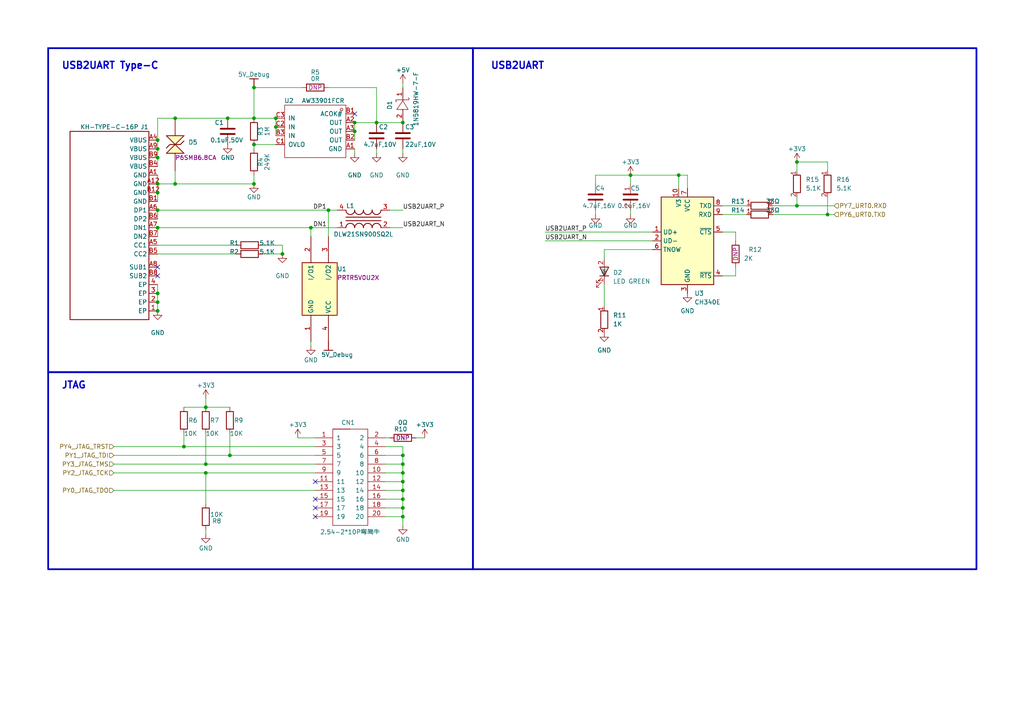
<source format=kicad_sch>
(kicad_sch (version 20230121) (generator eeschema)
  (paper "A4")
  (lib_symbols
    (symbol "02_HPM_Resis:10K" (pin_numbers hide) (pin_names (offset 0))
      (property "Reference" "R" (at -3.81 0.635 0))
      (property "Value" "10K" (at 4.445 0.635 0))
      (symbol "10K_0_1"
        (rectangle (start 2.54 -1.016) (end -2.54 1.016) (stroke (width 0.254)))
      )
      (symbol "10K_1_1"
        (pin passive line (at -3.81 0 0) (length 1.27) (name "~") (number "1"))
        (pin passive line (at 3.81 0 180) (length 1.27) (name "~") (number "2"))
      )
    )
    (symbol "02_HPM_Resis:5.1K" (pin_numbers hide) (pin_names (offset 0))
      (property "Reference" "R" (at -3.81 0.635 0))
      (property "Value" "5.1K" (at 5.08 0.635 0))
      (symbol "5.1K_0_1"
        (rectangle (start 2.54 -1.016) (end -2.54 1.016) (stroke (width 0.254)))
      )
      (symbol "5.1K_1_1"
        (pin passive line (at -3.81 0 0) (length 1.27) (name "~") (number "1"))
        (pin passive line (at 3.81 0 180) (length 1.27) (name "~") (number "2"))
      )
    )
    (symbol "03_HPM_CAP:0.1uF,16V" (pin_names (offset 0.254))
      (property "Reference" "C" (at 0.635 2.54 0))
      (property "Value" "0.1uF,16V" (at 0.635 -2.54 0))
      (symbol "0.1uF,16V_0_1"
        (polyline (pts (xy -2.032 -0.762) (xy 2.032 -0.762)) (stroke (width 0.508)))
        (polyline (pts (xy -2.032 0.762) (xy 2.032 0.762)) (stroke (width 0.508)))
      )
      (symbol "0.1uF,16V_1_1"
        (pin passive line (at 0 3.81 270) (length 2.794) (name "~") (number "1"))
        (pin passive line (at 0 -3.81 90) (length 2.794) (name "~") (number "2"))
      )
    )
    (symbol "03_HPM_CAP:0.1uF,50V" (pin_numbers hide) (pin_names (offset 0.254))
      (property "Reference" "C" (at 0.635 2.54 0))
      (property "Value" "0.1uF,50V" (at 0.635 -2.54 0))
      (symbol "0.1uF,50V_0_1"
        (polyline (pts (xy -2.032 -0.762) (xy 2.032 -0.762)) (stroke (width 0.508)))
        (polyline (pts (xy -2.032 0.762) (xy 2.032 0.762)) (stroke (width 0.508)))
      )
      (symbol "0.1uF,50V_1_1"
        (pin passive line (at 0 3.81 270) (length 2.794) (name "~") (number "1"))
        (pin passive line (at 0 -3.81 90) (length 2.794) (name "~") (number "2"))
      )
    )
    (symbol "03_HPM_CAP:22uF,10V" (pin_numbers hide) (pin_names (offset 0.254))
      (property "Reference" "C" (at 0.635 2.54 0))
      (property "Value" "22uF,10V" (at 0.635 -2.54 0))
      (symbol "22uF,10V_0_1"
        (polyline (pts (xy -2.032 -0.762) (xy 2.032 -0.762)) (stroke (width 0.508)))
        (polyline (pts (xy -2.032 0.762) (xy 2.032 0.762)) (stroke (width 0.508)))
      )
      (symbol "22uF,10V_1_1"
        (pin passive line (at 0 3.81 270) (length 2.794) (name "~") (number "1"))
        (pin passive line (at 0 -3.81 90) (length 2.794) (name "~") (number "2"))
      )
    )
    (symbol "03_HPM_CAP:4.7uF,10V" (pin_numbers hide) (pin_names (offset 0.254))
      (property "Reference" "C" (at 0.635 2.54 0))
      (property "Value" "4.7uF,10V" (at 0.635 -2.54 0))
      (symbol "4.7uF,10V_0_1"
        (polyline (pts (xy -2.032 -0.762) (xy 2.032 -0.762)) (stroke (width 0.508)))
        (polyline (pts (xy -2.032 0.762) (xy 2.032 0.762)) (stroke (width 0.508)))
      )
      (symbol "4.7uF,10V_1_1"
        (pin passive line (at 0 3.81 270) (length 2.794) (name "~") (number "1"))
        (pin passive line (at 0 -3.81 90) (length 2.794) (name "~") (number "2"))
      )
    )
    (symbol "04_HPM_Diode: 1N5819HW-7-F" (pin_names (offset 1.016) hide)
      (property "Reference" "D" (at -10.16 3.175 0))
      (property "Value" " 1N5819HW-7-F" (at -0.635 3.175 0))
      (symbol " 1N5819HW-7-F_1_1"
        (polyline (pts (xy 1.27 1.524) (xy -1.27 0) (xy -1.27 0) (xy 1.27 -1.778) (xy 1.27 -1.778) (xy 1.27 1.524)))
        (polyline (pts (xy -2.032 1.524) (xy -2.032 1.778) (xy -2.032 1.778) (xy -1.524 1.778) (xy -1.524 1.778) (xy -1.524 -2.032) (xy -1.524 -2.032) (xy -1.016 -2.032) (xy -1.016 -2.032) (xy -1.016 -1.778)))
        (pin input line (at -5.08 0 0) (length 3.81) (name "K") (number "1"))
        (pin input line (at 5.08 0 180) (length 3.81) (name "A") (number "2"))
      )
    )
    (symbol "04_HPM_Diode:LED GREEN" (pin_names (offset 1.016))
      (property "Reference" "D" (at 0 2.54 0))
      (property "Value" "LED GREEN" (at 2.54 -2.54 0))
      (symbol "LED GREEN_0_1"
        (polyline (pts (xy -1.27 -1.27) (xy -1.27 1.27)) (stroke (width 0.254)))
        (polyline (pts (xy -1.27 0) (xy 1.27 0)))
        (polyline (pts (xy 1.27 -1.27) (xy 1.27 1.27) (xy -1.27 0) (xy 1.27 -1.27)) (stroke (width 0.254)))
        (polyline (pts (xy -3.048 -0.762) (xy -4.572 -2.286) (xy -3.81 -2.286) (xy -4.572 -2.286) (xy -4.572 -1.524)))
        (polyline (pts (xy -1.778 -0.762) (xy -3.302 -2.286) (xy -2.54 -2.286) (xy -3.302 -2.286) (xy -3.302 -1.524)))
      )
      (symbol "LED GREEN_1_1"
        (pin passive line (at -3.81 0 0) (length 2.54) (name "K") (number "1"))
        (pin passive line (at 3.81 0 180) (length 2.54) (name "A") (number "2"))
      )
    )
    (symbol "06_HPM_IC:AW33901FCR" (pin_names (offset 1.016))
      (property "Reference" "U" (at -7.62 8.89 0))
      (property "Value" "AW33901FCR" (at 0 8.89 0))
      (symbol "AW33901FCR_1_1"
        (rectangle (start -8.89 7.62) (end 8.89 -7.62))
        (circle (center 7.62 6.35) (radius 0.381))
        (pin input line (at 11.43 -5.08 180) (length 2.54) (name "GND") (number "A1"))
        (pin input line (at 11.43 2.54 180) (length 2.54) (name "OUT") (number "A2"))
        (pin input line (at 11.43 0 180) (length 2.54) (name "OUT") (number "A3"))
        (pin input line (at 11.43 5.08 180) (length 2.54) (name "ACOK#") (number "B1"))
        (pin input line (at 11.43 -2.54 180) (length 2.54) (name "OUT") (number "B2"))
        (pin input line (at -11.43 -1.27 0) (length 2.54) (name "IN") (number "B3"))
        (pin input line (at -11.43 -3.81 0) (length 2.54) (name "OVLO") (number "C1"))
        (pin input line (at -11.43 1.27 0) (length 2.54) (name "IN") (number "C2"))
        (pin input line (at -11.43 3.81 0) (length 2.54) (name "IN") (number "C3"))
      )
    )
    (symbol "07_HPM_L:DLW21SN900SQ2L"
      (property "Reference" "L" (at 0 0 0))
      (property "Value" "DLW21SN900SQ2L" (at 8.89 -9.525 0))
      (symbol "DLW21SN900SQ2L_1_0"
        (polyline (pts (xy 3.81 -5.588) (xy 13.97 -5.588)) (stroke (width 0.254)))
        (polyline (pts (xy 3.81 -4.572) (xy 13.97 -4.572)) (stroke (width 0.254)))
        (arc (start 3.81 -2.54) (mid 5.08 -3.8045) (end 6.35 -2.54) (stroke (width 0.254)))
        (arc (start 6.35 -7.62) (mid 5.08 -6.3555) (end 3.81 -7.62) (stroke (width 0.254)))
        (arc (start 6.35 -2.54) (mid 7.62 -3.8045) (end 8.89 -2.54) (stroke (width 0.254)))
        (arc (start 8.89 -7.62) (mid 7.62 -6.3555) (end 6.35 -7.62) (stroke (width 0.254)))
        (arc (start 8.89 -2.54) (mid 10.16 -3.8045) (end 11.43 -2.54) (stroke (width 0.254)))
        (arc (start 11.43 -7.62) (mid 10.16 -6.3555) (end 8.89 -7.62) (stroke (width 0.254)))
        (arc (start 11.43 -2.54) (mid 12.7 -3.8045) (end 13.97 -2.54) (stroke (width 0.254)))
        (arc (start 13.97 -7.62) (mid 12.7 -6.3555) (end 11.43 -7.62) (stroke (width 0.254)))
        (pin passive line (at 1.27 -7.62 0) (length 2.54) (name "") (number "1"))
        (pin passive line (at 16.51 -7.62 180) (length 2.54) (name "") (number "2"))
        (pin passive line (at 16.51 -2.54 180) (length 2.54) (name "") (number "3"))
        (pin passive line (at 1.27 -2.54 0) (length 2.54) (name "") (number "4"))
      )
    )
    (symbol "1HPM0531:KH-TYPE-C-16P"
      (property "Reference" "J" (at 21.59 1.27 0))
      (property "Value" "KH-TYPE-C-16P" (at 11.43 1.27 0))
      (symbol "KH-TYPE-C-16P_1_0"
        (rectangle (start 0 0) (end 22.86 -54.61) (stroke (width 0.254)))
        (pin passive line (at 25.4 -52.07 180) (length 2.54) (name "EP") (number "1"))
        (pin passive line (at 25.4 -49.53 180) (length 2.54) (name "EP") (number "2"))
        (pin passive line (at 25.4 -46.99 180) (length 2.54) (name "EP") (number "3"))
        (pin passive line (at 25.4 -44.45 180) (length 2.54) (name "EP") (number "4"))
        (pin passive line (at 25.4 -12.7 180) (length 2.54) (name "GND") (number "A1"))
        (pin passive line (at 25.4 -15.24 180) (length 2.54) (name "GND") (number "A12"))
        (pin passive line (at 25.4 -2.54 180) (length 2.54) (name "VBUS") (number "A4"))
        (pin passive line (at 25.4 -33.02 180) (length 2.54) (name "CC1") (number "A5"))
        (pin passive line (at 25.4 -22.86 180) (length 2.54) (name "DP1") (number "A6"))
        (pin passive line (at 25.4 -27.94 180) (length 2.54) (name "DN1") (number "A7"))
        (pin passive line (at 25.4 -39.37 180) (length 2.54) (name "SUB1") (number "A8"))
        (pin passive line (at 25.4 -5.08 180) (length 2.54) (name "VBUS") (number "A9"))
        (pin passive line (at 25.4 -20.32 180) (length 2.54) (name "GND") (number "B1"))
        (pin passive line (at 25.4 -17.78 180) (length 2.54) (name "GND") (number "B12"))
        (pin passive line (at 25.4 -10.16 180) (length 2.54) (name "VBUS") (number "B4"))
        (pin passive line (at 25.4 -35.56 180) (length 2.54) (name "CC2") (number "B5"))
        (pin passive line (at 25.4 -25.4 180) (length 2.54) (name "DP2") (number "B6"))
        (pin passive line (at 25.4 -30.48 180) (length 2.54) (name "DN2") (number "B7"))
        (pin passive line (at 25.4 -41.91 180) (length 2.54) (name "SUB2") (number "B8"))
        (pin passive line (at 25.4 -7.62 180) (length 2.54) (name "VBUS") (number "B9"))
      )
    )
    (symbol "1HPM0531:Z-231011820106" (pin_names (offset 1.016))
      (property "Reference" "CN" (at 0 0 0))
      (property "Value" "Z-231011820106" (at 0 0 0))
      (symbol "Z-231011820106_1_1"
        (rectangle (start -5.08 -13.97) (end 5.08 13.97))
        (polyline (pts (xy -5.08 13.97) (xy 0 13.97)))
        (pin input line (at -10.16 11.43 0) (length 5.08) (name "1") (number "1"))
        (pin input line (at 10.16 1.27 180) (length 5.08) (name "10") (number "10"))
        (pin input line (at -10.16 -1.27 0) (length 5.08) (name "11") (number "11"))
        (pin input line (at 10.16 -1.27 180) (length 5.08) (name "12") (number "12"))
        (pin input line (at -10.16 -3.81 0) (length 5.08) (name "13") (number "13"))
        (pin input line (at 10.16 -3.81 180) (length 5.08) (name "14") (number "14"))
        (pin input line (at -10.16 -6.35 0) (length 5.08) (name "15") (number "15"))
        (pin input line (at 10.16 -6.35 180) (length 5.08) (name "16") (number "16"))
        (pin input line (at -10.16 -8.89 0) (length 5.08) (name "17") (number "17"))
        (pin input line (at 10.16 -8.89 180) (length 5.08) (name "18") (number "18"))
        (pin input line (at -10.16 -11.43 0) (length 5.08) (name "19") (number "19"))
        (pin input line (at 10.16 11.43 180) (length 5.08) (name "2") (number "2"))
        (pin input line (at 10.16 -11.43 180) (length 5.08) (name "20") (number "20"))
        (pin input line (at -10.16 8.89 0) (length 5.08) (name "3") (number "3"))
        (pin input line (at 10.16 8.89 180) (length 5.08) (name "4") (number "4"))
        (pin input line (at -10.16 6.35 0) (length 5.08) (name "5") (number "5"))
        (pin input line (at 10.16 6.35 180) (length 5.08) (name "6") (number "6"))
        (pin input line (at -10.16 3.81 0) (length 5.08) (name "7") (number "7"))
        (pin input line (at 10.16 3.81 180) (length 5.08) (name "8") (number "8"))
        (pin input line (at -10.16 1.27 0) (length 5.08) (name "9") (number "9"))
      )
    )
    (symbol "456-altium-import:3_mirrored_PRTR5V0U2X"
      (property "Value" "3_mirrored_PRTR5V0U2X" (at 0 0 0))
      (symbol "3_mirrored_PRTR5V0U2X_1_0"
        (rectangle (start 10.16 0) (end 0 -15.24) (stroke (width 0.254)) (fill (type background)))
        (pin passive line (at 2.54 -22.86 90) (length 7.62) (name "GND") (number "1"))
        (pin passive line (at 2.54 7.62 270) (length 7.62) (name "I/O1") (number "2"))
        (pin passive line (at 7.62 7.62 270) (length 7.62) (name "I/O2") (number "3"))
        (pin passive line (at 7.62 -22.86 90) (length 7.62) (name "VCC") (number "4"))
      )
    )
    (symbol "456-altium-import:5V_Debug" (power)
      (property "Reference" "#PWR" (at 0 0 0))
      (property "Value" "5V_Debug" (at 0 3.81 0))
      (symbol "5V_Debug_0_0"
        (polyline (pts (xy -1.27 -2.54) (xy 1.27 -2.54)) (stroke (width 0.254)))
        (polyline (pts (xy 0 0) (xy 0 -2.54)) (stroke (width 0.254)))
        (pin power_in line (at 0 0 0) (length 0) hide (name "5V_Debug") (number ""))
      )
    )
    (symbol "5.1K_3" (pin_names (offset 0))
      (property "Reference" "R" (at -3.81 0.635 0))
      (property "Value" "5.1K_3" (at 5.08 0.635 0))
      (symbol "5.1K_3_0_1"
        (rectangle (start 2.54 -1.016) (end -2.54 1.016) (stroke (width 0.254)))
      )
      (symbol "5.1K_3_1_1"
        (pin passive line (at -3.81 0 0) (length 1.27) (name "~") (number "1"))
        (pin passive line (at 3.81 0 180) (length 1.27) (name "~") (number "2"))
      )
    )
    (symbol "5.1K_4" (pin_names (offset 0))
      (property "Reference" "R" (at -3.81 0.635 0))
      (property "Value" "5.1K_4" (at 5.08 0.635 0))
      (symbol "5.1K_4_0_1"
        (rectangle (start 2.54 -1.016) (end -2.54 1.016) (stroke (width 0.254)))
      )
      (symbol "5.1K_4_1_1"
        (pin passive line (at -3.81 0 0) (length 1.27) (name "~") (number "1"))
        (pin passive line (at 3.81 0 180) (length 1.27) (name "~") (number "2"))
      )
    )
    (symbol "5.1K_5" (pin_names (offset 0))
      (property "Reference" "R" (at -3.81 0.635 0))
      (property "Value" "5.1K_5" (at 5.08 0.635 0))
      (symbol "5.1K_5_0_1"
        (rectangle (start 2.54 -1.016) (end -2.54 1.016) (stroke (width 0.254)))
      )
      (symbol "5.1K_5_1_1"
        (pin passive line (at -3.81 0 0) (length 1.27) (name "~") (number "1"))
        (pin passive line (at 3.81 0 180) (length 1.27) (name "~") (number "2"))
      )
    )
    (symbol "5.1K_6" (pin_names (offset 0))
      (property "Reference" "R" (at -3.81 0.635 0))
      (property "Value" "5.1K_6" (at 5.08 0.635 0))
      (symbol "5.1K_6_0_1"
        (rectangle (start 2.54 -1.016) (end -2.54 1.016) (stroke (width 0.254)))
      )
      (symbol "5.1K_6_1_1"
        (pin passive line (at -3.81 0 0) (length 1.27) (name "~") (number "1"))
        (pin passive line (at 3.81 0 180) (length 1.27) (name "~") (number "2"))
      )
    )
    (symbol "5.1K_7" (pin_names (offset 0))
      (property "Reference" "R" (at -3.81 0.635 0))
      (property "Value" "5.1K_7" (at 5.08 0.635 0))
      (symbol "5.1K_7_0_1"
        (rectangle (start 2.54 -1.016) (end -2.54 1.016) (stroke (width 0.254)))
      )
      (symbol "5.1K_7_1_1"
        (pin passive line (at -3.81 0 0) (length 1.27) (name "~") (number "1"))
        (pin passive line (at 3.81 0 180) (length 1.27) (name "~") (number "2"))
      )
    )
    (symbol "Device:R" (pin_numbers hide) (pin_names (offset 0))
      (property "Reference" "R" (at 2.032 0 90))
      (property "Value" "R" (at 0 0 90))
      (symbol "R_0_1"
        (rectangle (start -1.016 -2.54) (end 1.016 2.54) (stroke (width 0.254)))
      )
      (symbol "R_1_1"
        (pin passive line (at 0 3.81 270) (length 1.27) (name "~") (number "1"))
        (pin passive line (at 0 -3.81 90) (length 1.27) (name "~") (number "2"))
      )
    )
    (symbol "Interface_USB:CH340E"
      (property "Reference" "U" (at -5.08 13.97 0))
      (property "Value" "CH340E" (at 1.27 13.97 0))
      (symbol "CH340E_0_1"
        (rectangle (start -7.62 12.7) (end 7.62 -12.7) (stroke (width 0.254)) (fill (type background)))
      )
      (symbol "CH340E_1_1"
        (pin bidirectional line (at -10.16 2.54 0) (length 2.54) (name "UD+") (number "1"))
        (pin passive line (at -2.54 15.24 270) (length 2.54) (name "V3") (number "10"))
        (pin bidirectional line (at -10.16 0 0) (length 2.54) (name "UD-") (number "2"))
        (pin power_in line (at 0 -15.24 90) (length 2.54) (name "GND") (number "3"))
        (pin output line (at 10.16 -10.16 180) (length 2.54) (name "~{RTS}") (number "4"))
        (pin input line (at 10.16 2.54 180) (length 2.54) (name "~{CTS}") (number "5"))
        (pin output line (at -10.16 -2.54 0) (length 2.54) (name "TNOW") (number "6"))
        (pin power_in line (at 0 15.24 270) (length 2.54) (name "VCC") (number "7"))
        (pin output line (at 10.16 10.16 180) (length 2.54) (name "TXD") (number "8"))
        (pin input line (at 10.16 7.62 180) (length 2.54) (name "RXD") (number "9"))
      )
    )
    (symbol "lc_Diode:SMB/DO-214AA_P6SMB6.8CA" (pin_numbers hide) (pin_names (offset 1.016) hide)
      (property "Reference" "D" (at -0.0254 1.27 0))
      (property "Comment" "P6SMB6.8CA" (at 3.7846 1.27 0))
      (symbol "SMB/DO-214AA_P6SMB6.8CA_1_1"
        (polyline (pts (xy 5.08 -5.08) (xy 7.62 -2.54) (xy 5.08 0) (xy 5.08 -5.08)) (stroke (width 0.254)) (fill (type background)))
        (polyline (pts (xy 8.636 -5.08) (xy 7.62 -4.064) (xy 7.62 -1.016) (xy 6.604 0)) (stroke (width 0.254)))
        (polyline (pts (xy 10.16 -5.08) (xy 7.62 -2.54) (xy 10.16 0) (xy 10.16 -5.08)) (stroke (width 0.254)) (fill (type background)))
        (pin passive line (at 0 -2.54 0) (length 5.08) (name "A") (number "1"))
        (pin passive line (at 15.24 -2.54 180) (length 5.08) (name "K") (number "2"))
      )
    )
    (symbol "power:+3V3" (power) (pin_names (offset 0))
      (property "Value" "+3V3" (at 0 3.556 0))
      (symbol "+3V3_0_1"
        (polyline (pts (xy -0.762 1.27) (xy 0 2.54)))
        (polyline (pts (xy 0 0) (xy 0 2.54)))
        (polyline (pts (xy 0 2.54) (xy 0.762 1.27)))
      )
      (symbol "+3V3_1_1"
        (pin power_in line (at 0 0 90) (length 0) hide (name "+3V3") (number "1"))
      )
    )
    (symbol "power:+5V" (power) (pin_names (offset 0))
      (property "Value" "+5V" (at 0 3.556 0))
      (symbol "+5V_0_1"
        (polyline (pts (xy -0.762 1.27) (xy 0 2.54)))
        (polyline (pts (xy 0 0) (xy 0 2.54)))
        (polyline (pts (xy 0 2.54) (xy 0.762 1.27)))
      )
      (symbol "+5V_1_1"
        (pin power_in line (at 0 0 90) (length 0) hide (name "+5V") (number "1"))
      )
    )
    (symbol "power:GND" (power) (pin_names (offset 0))
      (property "Value" "GND" (at 0 -3.81 0))
      (symbol "GND_0_1"
        (polyline (pts (xy 0 0) (xy 0 -1.27) (xy 1.27 -1.27) (xy 0 -2.54) (xy -1.27 -1.27) (xy 0 -1.27)))
      )
      (symbol "GND_1_1"
        (pin power_in line (at 0 0 270) (length 0) hide (name "GND") (number "1"))
      )
    )
  )
  (junction (at 116.84 147.32))
  (junction (at 45.72 43.18))
  (junction (at 81.915 73.66))
  (junction (at 59.69 118.11))
  (junction (at 73.66 25.4))
  (junction (at 116.84 144.78))
  (junction (at 102.87 35.56))
  (junction (at 95.25 60.96))
  (junction (at 45.72 45.72))
  (junction (at 116.84 142.24))
  (junction (at 45.72 85.09))
  (junction (at 116.84 35.56))
  (junction (at 73.66 34.29))
  (junction (at 66.04 34.29))
  (junction (at 116.84 132.08))
  (junction (at 66.675 132.08))
  (junction (at 116.84 149.86))
  (junction (at 50.8 34.29))
  (junction (at 116.84 134.62))
  (junction (at 59.69 137.16))
  (junction (at 45.72 87.63))
  (junction (at 50.8 53.34))
  (junction (at 231.14 59.69))
  (junction (at 80.01 34.29))
  (junction (at 90.17 66.04))
  (junction (at 73.66 41.91))
  (junction (at 109.22 35.56))
  (junction (at 53.34 129.54))
  (junction (at 116.84 139.7))
  (junction (at 45.72 53.34))
  (junction (at 45.72 60.96))
  (junction (at 45.72 55.88))
  (junction (at 231.14 46.99))
  (junction (at 73.66 53.34))
  (junction (at 45.72 66.04))
  (junction (at 59.69 134.62))
  (junction (at 45.72 90.17))
  (junction (at 116.84 137.16))
  (junction (at 45.72 40.64))
  (junction (at 240.03 62.23))
  (junction (at 182.88 50.8))
  (junction (at 102.87 38.1))
  (junction (at 80.01 36.83))
  (junction (at 196.85 50.8))
  (no_connect (at 45.72 80.01))
  (no_connect (at 91.44 144.78))
  (no_connect (at 91.44 147.32))
  (no_connect (at 91.44 149.86))
  (no_connect (at 102.87 33.02))
  (no_connect (at 91.44 139.7))
  (no_connect (at 45.72 77.47))
  (wire (pts (xy 199.39 50.8) (xy 199.39 54.61)))
  (wire (pts (xy 116.84 147.32) (xy 116.84 149.86)))
  (wire (pts (xy 66.675 132.08) (xy 66.675 125.73)))
  (wire (pts (xy 45.72 48.26) (xy 45.72 45.72)))
  (wire (pts (xy 116.84 132.08) (xy 116.84 134.62)))
  (wire (pts (xy 209.55 67.31) (xy 213.36 67.31)))
  (wire (pts (xy 111.76 132.08) (xy 116.84 132.08)))
  (wire (pts (xy 53.34 118.11) (xy 59.69 118.11)))
  (wire (pts (xy 45.72 87.63) (xy 45.72 90.17)))
  (wire (pts (xy 116.84 25.4) (xy 116.84 24.13)))
  (wire (pts (xy 53.34 129.54) (xy 53.34 125.73)))
  (wire (pts (xy 116.84 134.62) (xy 116.84 137.16)))
  (wire (pts (xy 73.66 25.4) (xy 87.63 25.4)))
  (wire (pts (xy 59.69 134.62) (xy 91.44 134.62)))
  (wire (pts (xy 59.69 125.73) (xy 59.69 134.62)))
  (wire (pts (xy 45.72 82.55) (xy 45.72 85.09)))
  (wire (pts (xy 102.87 35.56) (xy 109.22 35.56)))
  (wire (pts (xy 231.14 57.15) (xy 231.14 59.69)))
  (wire (pts (xy 33.02 132.08) (xy 66.675 132.08)))
  (wire (pts (xy 59.69 137.16) (xy 91.44 137.16)))
  (wire (pts (xy 175.26 72.39) (xy 175.26 74.93)))
  (wire (pts (xy 50.8 34.29) (xy 66.04 34.29)))
  (wire (pts (xy 120.65 127) (xy 123.19 127)))
  (wire (pts (xy 50.8 49.53) (xy 50.8 53.34)))
  (wire (pts (xy 116.84 44.45) (xy 116.84 43.18)))
  (wire (pts (xy 196.85 50.8) (xy 199.39 50.8)))
  (wire (pts (xy 111.76 137.16) (xy 116.84 137.16)))
  (wire (pts (xy 59.69 115.57) (xy 59.69 118.11)))
  (wire (pts (xy 116.84 137.16) (xy 116.84 139.7)))
  (wire (pts (xy 45.72 55.88) (xy 45.72 58.42)))
  (wire (pts (xy 109.22 35.56) (xy 116.84 35.56)))
  (wire (pts (xy 80.01 34.29) (xy 80.01 36.83)))
  (wire (pts (xy 45.72 60.96) (xy 95.25 60.96)))
  (wire (pts (xy 111.76 139.7) (xy 116.84 139.7)))
  (wire (pts (xy 172.72 50.8) (xy 182.88 50.8)))
  (wire (pts (xy 109.22 25.4) (xy 109.22 35.56)))
  (wire (pts (xy 53.34 129.54) (xy 91.44 129.54)))
  (wire (pts (xy 45.72 66.04) (xy 45.72 68.58)))
  (wire (pts (xy 45.72 85.09) (xy 45.72 87.63)))
  (wire (pts (xy 73.66 41.91) (xy 80.01 41.91)))
  (wire (pts (xy 111.76 144.78) (xy 116.84 144.78)))
  (wire (pts (xy 116.84 139.7) (xy 116.84 142.24)))
  (wire (pts (xy 59.69 154.94) (xy 59.69 153.67)))
  (wire (pts (xy 213.36 80.01) (xy 209.55 80.01)))
  (wire (pts (xy 59.69 137.16) (xy 59.69 146.05)))
  (wire (pts (xy 241.935 62.23) (xy 240.03 62.23)))
  (wire (pts (xy 102.87 40.64) (xy 102.87 38.1)))
  (wire (pts (xy 196.85 54.61) (xy 196.85 50.8)))
  (wire (pts (xy 73.66 25.4) (xy 73.66 34.29)))
  (wire (pts (xy 182.88 60.96) (xy 182.88 62.23)))
  (wire (pts (xy 113.03 127) (xy 111.76 127)))
  (wire (pts (xy 116.84 152.4) (xy 116.84 149.86)))
  (wire (pts (xy 45.72 34.29) (xy 50.8 34.29)))
  (wire (pts (xy 66.04 34.29) (xy 73.66 34.29)))
  (wire (pts (xy 45.72 40.64) (xy 45.72 34.29)))
  (wire (pts (xy 224.155 59.69) (xy 231.14 59.69)))
  (wire (pts (xy 95.25 60.96) (xy 95.25 68.58)))
  (wire (pts (xy 113.03 60.96) (xy 116.84 60.96)))
  (wire (pts (xy 216.535 62.23) (xy 209.55 62.23)))
  (wire (pts (xy 45.72 60.96) (xy 45.72 63.5)))
  (wire (pts (xy 90.17 100.33) (xy 90.17 99.06)))
  (wire (pts (xy 102.87 38.1) (xy 102.87 35.56)))
  (wire (pts (xy 95.25 60.96) (xy 97.79 60.96)))
  (wire (pts (xy 45.72 66.04) (xy 90.17 66.04)))
  (wire (pts (xy 116.84 142.24) (xy 116.84 144.78)))
  (wire (pts (xy 182.88 50.8) (xy 182.88 53.34)))
  (wire (pts (xy 50.8 53.34) (xy 73.66 53.34)))
  (wire (pts (xy 158.115 67.31) (xy 189.23 67.31)))
  (wire (pts (xy 216.535 59.69) (xy 209.55 59.69)))
  (wire (pts (xy 73.66 34.29) (xy 80.01 34.29)))
  (wire (pts (xy 240.03 57.15) (xy 240.03 62.23)))
  (wire (pts (xy 224.155 62.23) (xy 240.03 62.23)))
  (wire (pts (xy 80.01 36.83) (xy 80.01 39.37)))
  (wire (pts (xy 73.66 50.8) (xy 73.66 53.34)))
  (wire (pts (xy 158.115 69.85) (xy 189.23 69.85)))
  (wire (pts (xy 213.36 77.47) (xy 213.36 80.01)))
  (wire (pts (xy 111.76 142.24) (xy 116.84 142.24)))
  (wire (pts (xy 175.26 88.9) (xy 175.26 82.55)))
  (wire (pts (xy 172.72 53.34) (xy 172.72 50.8)))
  (wire (pts (xy 45.72 50.8) (xy 45.72 53.34)))
  (wire (pts (xy 90.17 66.04) (xy 97.79 66.04)))
  (wire (pts (xy 86.36 127) (xy 91.44 127)))
  (wire (pts (xy 111.76 129.54) (xy 116.84 129.54)))
  (wire (pts (xy 111.76 147.32) (xy 116.84 147.32)))
  (wire (pts (xy 240.03 46.99) (xy 240.03 49.53)))
  (wire (pts (xy 45.72 45.72) (xy 45.72 43.18)))
  (wire (pts (xy 81.915 71.12) (xy 81.915 73.66)))
  (wire (pts (xy 231.14 46.99) (xy 240.03 46.99)))
  (wire (pts (xy 189.23 72.39) (xy 175.26 72.39)))
  (wire (pts (xy 172.72 60.96) (xy 172.72 62.23)))
  (wire (pts (xy 231.14 46.99) (xy 231.14 49.53)))
  (wire (pts (xy 111.76 134.62) (xy 116.84 134.62)))
  (wire (pts (xy 95.25 25.4) (xy 109.22 25.4)))
  (wire (pts (xy 76.2 71.12) (xy 81.915 71.12)))
  (wire (pts (xy 113.03 66.04) (xy 116.84 66.04)))
  (wire (pts (xy 241.935 59.69) (xy 231.14 59.69)))
  (wire (pts (xy 73.66 43.18) (xy 73.66 41.91)))
  (wire (pts (xy 66.675 132.08) (xy 91.44 132.08)))
  (wire (pts (xy 109.22 44.45) (xy 109.22 43.18)))
  (wire (pts (xy 76.2 73.66) (xy 81.915 73.66)))
  (wire (pts (xy 33.02 134.62) (xy 59.69 134.62)))
  (wire (pts (xy 66.675 118.11) (xy 59.69 118.11)))
  (wire (pts (xy 182.88 50.8) (xy 196.85 50.8)))
  (wire (pts (xy 116.84 149.86) (xy 111.76 149.86)))
  (wire (pts (xy 102.87 44.45) (xy 102.87 43.18)))
  (wire (pts (xy 90.17 66.04) (xy 90.17 68.58)))
  (wire (pts (xy 33.02 137.16) (xy 59.69 137.16)))
  (wire (pts (xy 116.84 144.78) (xy 116.84 147.32)))
  (wire (pts (xy 33.02 142.24) (xy 91.44 142.24)))
  (wire (pts (xy 116.84 129.54) (xy 116.84 132.08)))
  (wire (pts (xy 45.72 43.18) (xy 45.72 40.64)))
  (wire (pts (xy 213.36 67.31) (xy 213.36 69.85)))
  (wire (pts (xy 45.72 73.66) (xy 68.58 73.66)))
  (wire (pts (xy 45.72 53.34) (xy 45.72 55.88)))
  (wire (pts (xy 45.72 71.12) (xy 68.58 71.12)))
  (wire (pts (xy 33.02 129.54) (xy 53.34 129.54)))
  (wire (pts (xy 45.72 53.34) (xy 50.8 53.34)))
  (rectangle (start 13.97 107.95) (end 137.16 165.1) (stroke (width 0.5)))
  (rectangle (start 13.97 13.97) (end 137.16 107.95) (stroke (width 0.5)))
  (rectangle (start 137.16 13.97) (end 283.21 165.1) (stroke (width 0.5)))
  (text "USB2UART" (at 142.24 20.32 0) (effects (font (size 2 2) (thickness 0.4) bold) (justify left bottom)))
  (text "USB2UART Type-C" (at 17.78 20.32 0) (effects (font (size 2 2) (thickness 0.4) bold) (justify left bottom)))
  (text "JTAG" (at 17.78 113.03 0) (effects (font (size 2 2) (thickness 0.4) bold) (justify left bottom)))
  (label "USB2UART_P" (at 158.115 67.31 0))
  (label "USB2UART_N" (at 116.84 66.04 0))
  (label "USB2UART_N" (at 158.115 69.85 0))
  (label "DN1" (at 90.805 66.04 0))
  (label "DP1" (at 90.805 60.96 0))
  (label "USB2UART_P" (at 116.84 60.96 0))
  (hierarchical_label "PY4_JTAG_TRST" (shape input) (at 33.02 129.54 180))
  (hierarchical_label "PY2_JTAG_TCK" (shape input) (at 33.02 137.16 180))
  (hierarchical_label "PY3_JTAG_TMS" (shape input) (at 33.02 134.62 180))
  (hierarchical_label "PY0_JTAG_TDO" (shape input) (at 33.02 142.24 180))
  (hierarchical_label "PY7_URT0.RXD" (shape input) (at 241.935 59.69 0))
  (hierarchical_label "PY1_JTAG_TDI" (shape input) (at 33.02 132.08 180))
  (hierarchical_label "PY6_URT0.TXD" (shape input) (at 241.935 62.23 0))
  (symbol (lib_name "5.1K_7") (lib_id "02_HPM_Resis:5.1K") (at 175.26 92.71 270) (unit 1)
    (property "Reference" "R11" (at 177.8 91.44 90) (effects (justify left)))
    (property "Value" "1K" (at 177.8 93.98 90) (effects (justify left)))
    (property "Footprint" "02_HPM_Resis:R_0402_1005Metric" (effects hide))
    (instances (project "HPM6750_ADC_EVK_RevA" (path "" (reference "R11") (unit 1))) (project "Four_Servo_HPM6280_MB" (path "" (reference "R37") (unit 1))))
  )
  (symbol (lib_id "power:GND") (at 81.915 73.66 0) (unit 1)
    (property "Reference" "#PWR06" (effects hide))
    (property "Value" "GND" (at 81.915 80.01 0))
    (instances (project "HPM6750_ADC_EVK_RevA" (path "" (reference "#PWR06") (unit 1))) (project "Four_Servo_HPM6280_MB" (path "" (reference "#PWR064") (unit 1))))
  )
  (symbol (lib_id "02_HPM_Resis:10K") (at 73.66 46.99 90) (unit 1)
    (property "Reference" "R4" (at 75.565 46.99 0))
    (property "Value" "249K" (at 77.47 46.99 0))
    (property "Footprint" "02_HPM_Resis:R_0402_1005Metric" (effects hide))
    (instances (project "HPM6750_ADC_EVK_RevA" (path "" (reference "R4") (unit 1))) (project "Four_Servo_HPM6280_MB" (path "" (reference "R32") (unit 1))))
  )
  (symbol (lib_id "power:GND") (at 90.17 100.33 0) (unit 1)
    (property "Reference" "#PWR07" (effects hide))
    (property "Value" "GND" (at 90.1805 104.4038 0))
    (instances (project "HPM6750_ADC_EVK_RevA" (path "" (reference "#PWR07") (unit 1))) (project "Four_Servo_HPM6280_MB" (path "" (reference "#PWR065") (unit 1))))
  )
  (symbol (lib_id "power:GND") (at 116.84 152.4 0) (unit 1)
    (property "Reference" "#PWR016" (effects hide))
    (property "Value" "GND" (at 116.8505 156.4738 0))
    (instances (project "HPM6750_ADC_EVK_RevA" (path "" (reference "#PWR016") (unit 1))) (project "Four_Servo_HPM6280_MB" (path "" (reference "#PWR065") (unit 1))))
  )
  (symbol (lib_id "03_HPM_CAP:22uF,10V") (at 116.84 39.37 0) (unit 1)
    (property "Reference" "C3" (at 117.475 36.83 0) (effects (justify left)))
    (property "Value" "22uF,10V" (at 117.475 41.91 0) (effects (justify left)))
    (property "Footprint" "03_HPM_CAP:C_0805_2012Metric" (effects hide))
    (instances (project "HPM6750_ADC_EVK_RevA" (path "" (reference "C3") (unit 1))) (project "Four_Servo_HPM6280_MB" (path "" (reference "C40") (unit 1))))
  )
  (symbol (lib_id "Device:R") (at 116.84 127 90) (unit 1)
    (property "Reference" "R10" (at 116.205 124.46 90))
    (property "Value" "0Ω" (at 116.84 122.555 90))
    (property "Footprint" "Resistor_SMD:R_0402_1005Metric" (effects hide))
    (property "DNP" "DNP" (at 116.84 127 90))
    (instances (project "HPM6750_ADC_EVK_RevA" (path "" (reference "R10") (unit 1))) (project "Four_Servo_HPM6280_MB" (path "" (reference "R39") (unit 1))))
  )
  (symbol (lib_id "03_HPM_CAP:4.7uF,10V") (at 172.72 57.15 0) (unit 1)
    (property "Reference" "C4" (at 172.72 54.61 0) (effects (justify left)))
    (property "Value" "4.7uF,16V" (at 168.91 59.69 0) (effects (justify left)))
    (property "Footprint" "03_HPM_CAP:C_0402_1005Metric" (effects hide))
    (instances (project "HPM6750_ADC_EVK_RevA" (path "" (reference "C4") (unit 1))) (project "Four_Servo_HPM6280_MB" (path "" (reference "C32") (unit 1))))
  )
  (symbol (lib_id "power:+3V3") (at 123.19 127 0) (unit 1)
    (property "Reference" "#PWR049" (effects hide))
    (property "Value" "+3V3" (at 123.19 123.19 0))
    (instances (project "HPM6750_ADC_EVK_RevA" (path "" (reference "#PWR049") (unit 1)) (path "" (reference "#PWR0129") (unit 1)) (path "" (reference "#PWR017") (unit 1))))
  )
  (symbol (lib_id "07_HPM_L:DLW21SN900SQ2L") (at 96.52 58.42 0) (unit 1)
    (property "Reference" "L1" (at 101.6 59.69 0))
    (property "Value" "DLW21SN900SQ2L" (at 105.41 67.945 0))
    (property "Footprint" "04_HPM_Diode:SMD_4P_DLW21H" (effects hide))
    (instances (project "HPM6750_ADC_EVK_RevA" (path "" (reference "L1") (unit 1))) (project "Four_Servo_HPM6280_MB" (path "" (reference "L4") (unit 1))))
  )
  (symbol (lib_id "power:+3V3") (at 182.88 50.8 0) (unit 1)
    (property "Reference" "#PWR049" (effects hide))
    (property "Value" "+3V3" (at 182.88 46.99 0))
    (instances (project "HPM6750_ADC_EVK_RevA" (path "" (reference "#PWR049") (unit 1)) (path "" (reference "#PWR0129") (unit 1)) (path "" (reference "#PWR020") (unit 1))))
  )
  (symbol (lib_id "power:GND") (at 172.72 62.23 0) (unit 1)
    (property "Reference" "#PWR018" (effects hide))
    (property "Value" "GND" (at 172.72 65.405 0))
    (instances (project "HPM6750_ADC_EVK_RevA" (path "" (reference "#PWR018") (unit 1))) (project "Four_Servo_HPM6280_MB" (path "" (reference "#PWR073") (unit 1))))
  )
  (symbol (lib_id "456-altium-import:5V_Debug") (at 73.66 25.4 180) (unit 1)
    (property "Reference" "#PWR04" (effects hide))
    (property "Value" "5V_Debug" (at 73.66 21.59 0))
    (instances (project "HPM6750_ADC_EVK_RevA" (path "" (reference "#PWR04") (unit 1))) (project "Four_Servo_HPM6280_MB" (path "" (reference "#PWR060") (unit 1))))
  )
  (symbol (lib_id "power:GND") (at 175.26 96.52 0) (unit 1)
    (property "Reference" "#PWR019" (effects hide))
    (property "Value" "GND" (at 175.26 101.6 0))
    (instances (project "HPM6750_ADC_EVK_RevA" (path "" (reference "#PWR019") (unit 1))) (project "Four_Servo_HPM6280_MB" (path "" (reference "#PWR074") (unit 1))))
  )
  (symbol (lib_id "02_HPM_Resis:5.1K") (at 72.39 71.12 0) (unit 1)
    (property "Reference" "R1" (at 67.945 70.485 0))
    (property "Value" "5.1K" (at 77.47 70.485 0))
    (property "Footprint" "02_HPM_Resis:R_0402_1005Metric" (effects hide))
    (instances (project "HPM6750_ADC_EVK_RevA" (path "" (reference "R1") (unit 1))) (project "Four_Servo_HPM6280_MB" (path "" (reference "R29") (unit 1))))
  )
  (symbol (lib_id "power:GND") (at 73.66 53.34 0) (unit 1)
    (property "Reference" "#PWR03" (effects hide))
    (property "Value" "GND" (at 73.66 57.15 0))
    (instances (project "HPM6750_ADC_EVK_RevA" (path "" (reference "#PWR03") (unit 1))) (project "Four_Servo_HPM6280_MB" (path "" (reference "#PWR059") (unit 1))))
  )
  (symbol (lib_id "power:GND") (at 59.69 154.94 0) (unit 1)
    (property "Reference" "#PWR014" (effects hide))
    (property "Value" "GND" (at 59.7005 159.0138 0))
    (instances (project "HPM6750_ADC_EVK_RevA" (path "" (reference "#PWR014") (unit 1))) (project "Four_Servo_HPM6280_MB" (path "" (reference "#PWR065") (unit 1))))
  )
  (symbol (lib_id "power:GND") (at 109.22 44.45 0) (unit 1)
    (property "Reference" "#PWR010" (effects hide))
    (property "Value" "GND" (at 109.22 50.8 0))
    (instances (project "HPM6750_ADC_EVK_RevA" (path "" (reference "#PWR010") (unit 1))) (project "Four_Servo_HPM6280_MB" (path "" (reference "#PWR068") (unit 1))))
  )
  (symbol (lib_id "power:+5V") (at 116.84 24.13 0) (unit 1)
    (property "Reference" "#PWR012" (effects hide))
    (property "Value" "+5V" (at 116.84 20.32 0))
    (instances (project "HPM6750_ADC_EVK_RevA" (path "" (reference "#PWR012") (unit 1))) (project "Four_Servo_HPM6280_MB" (path "" (reference "#PWR076") (unit 1))))
  )
  (symbol (lib_id "power:+3V3") (at 231.14 46.99 0) (unit 1)
    (property "Reference" "#PWR049" (effects hide))
    (property "Value" "+3V3" (at 231.14 43.18 0))
    (instances (project "HPM6750_ADC_EVK_RevA" (path "" (reference "#PWR049") (unit 1)) (path "" (reference "#PWR0129") (unit 1)) (path "" (reference "#PWR023") (unit 1))))
  )
  (symbol (lib_id "power:GND") (at 66.04 41.91 0) (unit 1)
    (property "Reference" "#PWR02" (effects hide))
    (property "Value" "GND" (at 66.04 45.72 0))
    (instances (project "HPM6750_ADC_EVK_RevA" (path "" (reference "#PWR02") (unit 1))) (project "Four_Servo_HPM6280_MB" (path "" (reference "#PWR058") (unit 1))))
  )
  (symbol (lib_name "5.1K_5") (lib_id "02_HPM_Resis:5.1K") (at 231.14 53.34 270) (unit 1)
    (property "Reference" "R15" (at 233.68 52.0699 90) (effects (justify left)))
    (property "Value" "5.1K" (at 233.68 54.6099 90) (effects (justify left)))
    (property "Footprint" "02_HPM_Resis:R_0402_1005Metric" (effects hide))
    (instances (project "HPM6750_ADC_EVK_RevA" (path "" (reference "R15") (unit 1))) (project "Four_Servo_HPM6280_MB" (path "" (reference "R48") (unit 1))))
  )
  (symbol (lib_id "02_HPM_Resis:5.1K") (at 72.39 73.66 0) (unit 1)
    (property "Reference" "R2" (at 67.945 73.025 0))
    (property "Value" "5.1K" (at 77.47 73.025 0))
    (property "Footprint" "02_HPM_Resis:R_0402_1005Metric" (effects hide))
    (instances (project "HPM6750_ADC_EVK_RevA" (path "" (reference "R2") (unit 1))) (project "Four_Servo_HPM6280_MB" (path "" (reference "R30") (unit 1))))
  )
  (symbol (lib_id "Device:R") (at 59.69 149.86 180) (unit 1)
    (property "Reference" "R8" (at 62.865 151.13 0))
    (property "Value" "10K" (at 62.865 149.225 0))
    (property "Footprint" "02_HPM_Resis:R_0402_1005Metric" (effects hide))
    (instances (project "HPM6750_ADC_EVK_RevA" (path "" (reference "R8") (unit 1))) (project "Four_Servo_HPM6280_MB" (path "" (reference "R36") (unit 1))))
  )
  (symbol (lib_id "Device:R") (at 66.675 121.92 180) (unit 1)
    (property "Reference" "R9" (at 69.215 121.92 0))
    (property "Value" "10K" (at 68.58 125.73 0))
    (property "Footprint" "02_HPM_Resis:R_0402_1005Metric" (effects hide))
    (instances (project "HPM6750_ADC_EVK_RevA" (path "" (reference "R9") (unit 1))) (project "Four_Servo_HPM6280_MB" (path "" (reference "R38") (unit 1))))
  )
  (symbol (lib_id "power:GND") (at 116.84 44.45 0) (unit 1)
    (property "Reference" "#PWR011" (effects hide))
    (property "Value" "GND" (at 116.84 50.8 0))
    (instances (project "HPM6750_ADC_EVK_RevA" (path "" (reference "#PWR011") (unit 1))) (project "Four_Servo_HPM6280_MB" (path "" (reference "#PWR069") (unit 1))))
  )
  (symbol (lib_id "02_HPM_Resis:10K") (at 91.44 25.4 180) (unit 1)
    (property "Reference" "R5" (at 91.44 20.955 0))
    (property "Value" "0R" (at 91.44 22.86 0))
    (property "Footprint" "02_HPM_Resis:R_0805_2012Metric" (effects hide))
    (property "DNP" "DNP" (at 91.44 25.4 0))
    (instances (project "HPM6750_ADC_EVK_RevA" (path "" (reference "R5") (unit 1))) (project "Four_Servo_HPM6280_MB" (path "" (reference "R33") (unit 1))))
  )
  (symbol (lib_id "03_HPM_CAP:0.1uF,50V") (at 66.04 38.1 0) (unit 1)
    (property "Reference" "C1" (at 62.23 35.56 0) (effects (justify left)))
    (property "Value" "0.1uF,50V" (at 60.96 40.64 0) (effects (justify left)))
    (property "Footprint" "03_HPM_CAP:C_0402_1005Metric" (effects hide))
    (instances (project "HPM6750_ADC_EVK_RevA" (path "" (reference "C1") (unit 1))) (project "Four_Servo_HPM6280_MB" (path "" (reference "C33") (unit 1))))
  )
  (symbol (lib_id "1HPM0531:Z-231011820106") (at 101.6 138.43 0) (unit 1)
    (property "Reference" "CN1" (at 100.965 122.555 0))
    (property "Value" "2.54-2*10P弯简牛" (at 101.6 154.305 0))
    (property "Footprint" "05_HPM_Conn:IDC-TH_20P_90°" (effects hide))
    (property "SuppliersPartNumber" "C93700" (effects hide))
    (instances (project "HPM6750_ADC_EVK_RevA" (path "" (reference "CN1") (unit 1))) (project "Four_Servo_HPM6280_MB" (path "" (reference "CN5") (unit 1))))
  )
  (symbol (lib_id "Device:R") (at 59.69 121.92 180) (unit 1)
    (property "Reference" "R7" (at 62.23 121.92 0))
    (property "Value" "10K" (at 61.595 125.73 0))
    (property "Footprint" "02_HPM_Resis:R_0402_1005Metric" (effects hide))
    (instances (project "HPM6750_ADC_EVK_RevA" (path "" (reference "R7") (unit 1))) (project "Four_Servo_HPM6280_MB" (path "" (reference "R35") (unit 1))))
  )
  (symbol (lib_id "lc_Diode:SMB/DO-214AA_P6SMB6.8CA") (at 48.26 49.53 90) (unit 1)
    (property "Reference" "D5" (at 54.61 41.275 90) (effects (justify right)))
    (property "Value" "SMB/DO-214AA_P6SMB6.8CA" (effects hide))
    (property "Footprint" "lc_lib:SMB(DO-214AA)_S1" (effects hide))
    (property "Datasheet" "http://www.szlcsc.com/product/details_79530.html" (effects hide))
    (property "description" "TVS" (effects hide))
    (property "ComponentLink1Description" "供应商链接" (effects hide))
    (property "Package" "SMB/DO-214AA" (effects hide))
    (property "Supplier" "LC" (effects hide))
    (property "SuppliersPartNumber" "C78395" (effects hide))
    (property "Comment" "P6SMB6.8CA" (at 50.8 45.72 90) (effects (justify right)))
  )
  (symbol (lib_id "04_HPM_Diode:LED GREEN") (at 175.26 78.74 270) (mirror x) (unit 1)
    (property "Reference" "D2" (at 177.8 79.0574 90) (effects (justify left)))
    (property "Value" "LED GREEN" (at 177.8 81.5974 90) (effects (justify left)))
    (property "Footprint" "04_HPM_Diode:LED" (effects hide))
    (instances (project "HPM6750_ADC_EVK_RevA" (path "" (reference "D2") (unit 1))) (project "Four_Servo_HPM6280_MB" (path "" (reference "D11") (unit 1))))
  )
  (symbol (lib_id "02_HPM_Resis:10K") (at 53.34 121.92 270) (unit 1)
    (property "Reference" "R6" (at 54.61 121.92 90) (effects (justify left)))
    (property "Value" "10K" (at 53.34 125.73 90) (effects (justify left)))
    (property "Footprint" "02_HPM_Resis:R_0402_1005Metric" (effects hide))
    (instances (project "HPM6750_ADC_EVK_RevA" (path "" (reference "R6") (unit 1))) (project "Four_Servo_HPM6280_MB" (path "" (reference "R34") (unit 1))))
  )
  (symbol (lib_name "5.1K_3") (lib_id "02_HPM_Resis:5.1K") (at 220.345 59.69 0) (unit 1)
    (property "Reference" "R13" (at 213.995 58.42 0))
    (property "Value" "33Ω" (at 224.155 58.42 0))
    (property "Footprint" "02_HPM_Resis:R_0402_1005Metric" (effects hide))
    (instances (project "HPM6750_ADC_EVK_RevA" (path "" (reference "R13") (unit 1))) (project "Four_Servo_HPM6280_MB" (path "" (reference "R45") (unit 1))))
  )
  (symbol (lib_id "power:+3V3") (at 59.69 115.57 0) (unit 1)
    (property "Reference" "#PWR049" (effects hide))
    (property "Value" "+3V3" (at 59.69 111.76 0))
    (instances (project "HPM6750_ADC_EVK_RevA" (path "" (reference "#PWR049") (unit 1)) (path "" (reference "#PWR0129") (unit 1)) (path "" (reference "#PWR013") (unit 1))))
  )
  (symbol (lib_id "03_HPM_CAP:0.1uF,16V") (at 182.88 57.15 0) (unit 1)
    (property "Reference" "C5" (at 182.88 54.61 0) (effects (justify left)))
    (property "Value" "0.1uF,16V" (at 179.07 59.69 0) (effects (justify left)))
    (property "Footprint" "03_HPM_CAP:C_0402_1005Metric" (effects hide))
    (instances (project "HPM6750_ADC_EVK_RevA" (path "" (reference "C5") (unit 1))) (project "Four_Servo_HPM6280_MB" (path "" (reference "C34") (unit 1))))
  )
  (symbol (lib_id "power:GND") (at 182.88 62.23 0) (unit 1)
    (property "Reference" "#PWR021" (effects hide))
    (property "Value" "GND" (at 182.88 65.405 0))
    (instances (project "HPM6750_ADC_EVK_RevA" (path "" (reference "#PWR021") (unit 1))) (project "Four_Servo_HPM6280_MB" (path "" (reference "#PWR077") (unit 1))))
  )
  (symbol (lib_id "03_HPM_CAP:4.7uF,10V") (at 109.22 39.37 0) (unit 1)
    (property "Reference" "C2" (at 109.855 36.83 0) (effects (justify left)))
    (property "Value" "4.7uF,10V" (at 105.41 41.91 0) (effects (justify left)))
    (property "Footprint" "03_HPM_CAP:C_0603_1608Metric" (effects hide))
    (instances (project "HPM6750_ADC_EVK_RevA" (path "" (reference "C2") (unit 1))) (project "Four_Servo_HPM6280_MB" (path "" (reference "C38") (unit 1))))
  )
  (symbol (lib_id "02_HPM_Resis:5.1K") (at 213.36 73.66 90) (unit 1)
    (property "Reference" "R12" (at 220.98 72.39 90) (effects (justify left)))
    (property "Value" "2K" (at 218.44 74.93 90) (effects (justify left)))
    (property "Footprint" "02_HPM_Resis:R_0402_1005Metric" (effects hide))
    (property "DNP" "DNP" (at 213.36 73.66 0))
    (instances (project "HPM6750_ADC_EVK_RevA" (path "" (reference "R12") (unit 1))) (project "Four_Servo_HPM6280_MB" (path "" (reference "R43") (unit 1))))
  )
  (symbol (lib_id "power:GND") (at 102.87 44.45 0) (unit 1)
    (property "Reference" "#PWR09" (effects hide))
    (property "Value" "GND" (at 102.87 50.8 0))
    (instances (project "HPM6750_ADC_EVK_RevA" (path "" (reference "#PWR09") (unit 1))) (project "Four_Servo_HPM6280_MB" (path "" (reference "#PWR067") (unit 1))))
  )
  (symbol (lib_id "Interface_USB:CH340E") (at 199.39 69.85 0) (unit 1)
    (property "Reference" "U3" (at 201.4094 85.09 0) (effects (justify left)))
    (property "Value" "CH340E" (at 201.4094 87.63 0) (effects (justify left)))
    (property "Footprint" "Package_SO:MSOP-10_3x3mm_P0.5mm" (effects hide))
    (property "Datasheet" "https://www.mpja.com/download/35227cpdata.pdf" (effects hide))
    (instances (project "HPM6750_ADC_EVK_RevA" (path "" (reference "U3") (unit 1))) (project "Four_Servo_HPM6280_MB" (path "" (reference "U12") (unit 1))))
  )
  (symbol (lib_id "04_HPM_Diode: 1N5819HW-7-F") (at 116.84 30.48 270) (unit 1)
    (property "Reference" "D1" (at 113.03 30.48 0))
    (property "Value" " 1N5819HW-7-F" (at 120.65 29.21 0))
    (property "Footprint" "Diode_SMD:D_SOD-123" (effects hide))
    (property "SuppliersPartNumber" "C115726" (effects hide))
    (instances (project "HPM6750_ADC_EVK_RevA" (path "" (reference "D1") (unit 1))) (project "Four_Servo_HPM6280_MB" (path "" (reference "D10") (unit 1))))
  )
  (symbol (lib_id "02_HPM_Resis:10K") (at 73.66 38.1 270) (unit 1)
    (property "Reference" "R3" (at 75.565 38.1 0))
    (property "Value" "1M" (at 77.47 38.1 0))
    (property "Footprint" "02_HPM_Resis:R_0402_1005Metric" (effects hide))
    (instances (project "HPM6750_ADC_EVK_RevA" (path "" (reference "R3") (unit 1))) (project "Four_Servo_HPM6280_MB" (path "" (reference "R31") (unit 1))))
  )
  (symbol (lib_id "456-altium-import:3_mirrored_PRTR5V0U2X") (at 87.63 76.2 0) (unit 1)
    (property "Reference" "U1" (at 97.79 78.74 0) (effects (justify left bottom)))
    (property "Value" "${ALTIUM_VALUE}" (effects hide))
    (property "Footprint" "Package_TO_SOT_SMD:SOT-143" (effects hide))
    (property "物料代码" "1.05.10.0153" (effects hide))
    (property "ALTIUM_VALUE" "PRTR5V0U2X" (at 97.79 81.28 0) (effects (justify left bottom)))
    (property "名称" "集成电路" (effects hide))
    (property "封装" "SOT-143B" (effects hide))
    (property "设备封装名称" "SOT-143B_PRTR5V0U2X" (effects hide))
    (property "厂商" "NXP" (effects hide))
    (property "ROHS" "RoHS" (effects hide))
    (property "型号" "PRTR5V0U2X" (effects hide))
    (property "贴片和直插" "SMT" (effects hide))
    (property "器件优选方案" "量产物料,优先选用" (effects hide))
    (property "COMPONENTLINK1DESCRIPTION" "ErpDataInfo" (effects hide))
    (property "COMPONENTLINK1URL" "http://erp.zlgmcu.com/ErpExt/ErpData/ListMateriel.aspx?pkey=1.05.10.0153" (effects hide))
    (instances (project "HPM6750_ADC_EVK_RevA" (path "" (reference "U1") (unit 1))) (project "Four_Servo_HPM6280_MB" (path "" (reference "U10") (unit 1))))
  )
  (symbol (lib_id "1HPM0531:KH-TYPE-C-16P") (at 20.32 38.1 0) (unit 1)
    (property "Reference" "J1" (at 41.91 36.83 0))
    (property "Value" "KH-TYPE-C-16P" (at 31.75 36.83 0))
    (property "Footprint" "05_HPM_Conn:USB-C-SMD_KH-TYPE-C-16P" (effects hide))
    (instances (project "HPM6750_ADC_EVK_RevA" (path "" (reference "J1") (unit 1))) (project "Four_Servo_HPM6280_MB" (path "" (reference "J3") (unit 1))))
  )
  (symbol (lib_name "5.1K_4") (lib_id "02_HPM_Resis:5.1K") (at 220.345 62.23 0) (unit 1)
    (property "Reference" "R14" (at 213.995 60.96 0))
    (property "Value" "33Ω" (at 224.155 60.96 0))
    (property "Footprint" "02_HPM_Resis:R_0402_1005Metric" (effects hide))
    (instances (project "HPM6750_ADC_EVK_RevA" (path "" (reference "R14") (unit 1))) (project "Four_Servo_HPM6280_MB" (path "" (reference "R46") (unit 1))))
  )
  (symbol (lib_id "power:+3V3") (at 86.36 127 0) (unit 1)
    (property "Reference" "#PWR049" (effects hide))
    (property "Value" "+3V3" (at 86.36 123.19 0))
    (instances (project "HPM6750_ADC_EVK_RevA" (path "" (reference "#PWR049") (unit 1)) (path "" (reference "#PWR0129") (unit 1)) (path "" (reference "#PWR0140") (unit 1))))
  )
  (symbol (lib_id "456-altium-import:5V_Debug") (at 95.25 99.06 0) (unit 1)
    (property "Reference" "#PWR08" (effects hide))
    (property "Value" "5V_Debug" (at 97.79 102.87 0))
    (instances (project "HPM6750_ADC_EVK_RevA" (path "" (reference "#PWR08") (unit 1))) (project "Four_Servo_HPM6280_MB" (path "" (reference "#PWR066") (unit 1))))
  )
  (symbol (lib_id "power:GND") (at 199.39 85.09 0) (unit 1)
    (property "Reference" "#PWR022" (effects hide))
    (property "Value" "GND" (at 199.39 90.17 0))
    (instances (project "HPM6750_ADC_EVK_RevA" (path "" (reference "#PWR022") (unit 1))) (project "Four_Servo_HPM6280_MB" (path "" (reference "#PWR078") (unit 1))))
  )
  (symbol (lib_id "06_HPM_IC:AW33901FCR") (at 91.44 38.1 0) (unit 1)
    (property "Reference" "U2" (at 83.82 29.21 0))
    (property "Value" "AW33901FCR" (at 93.726 29.21 0))
    (property "Footprint" "06_HPM_IC:FCQFN-9" (effects hide))
    (property "SuppliersPartNumber" "C506184" (effects hide))
    (instances (project "HPM6750_ADC_EVK_RevA" (path "" (reference "U2") (unit 1))) (project "Four_Servo_HPM6280_MB" (path "" (reference "U11") (unit 1))))
  )
  (symbol (lib_name "5.1K_6") (lib_id "02_HPM_Resis:5.1K") (at 240.03 53.34 270) (unit 1)
    (property "Reference" "R16" (at 242.57 52.0699 90) (effects (justify left)))
    (property "Value" "5.1K" (at 242.57 54.6099 90) (effects (justify left)))
    (property "Footprint" "02_HPM_Resis:R_0402_1005Metric" (effects hide))
    (instances (project "HPM6750_ADC_EVK_RevA" (path "" (reference "R16") (unit 1))) (project "Four_Servo_HPM6280_MB" (path "" (reference "R88") (unit 1))))
  )
  (symbol (lib_id "power:GND") (at 45.72 90.17 0) (unit 1)
    (property "Reference" "#PWR01" (effects hide))
    (property "Value" "GND" (at 45.72 96.52 0))
    (instances (project "HPM6750_ADC_EVK_RevA" (path "" (reference "#PWR01") (unit 1))) (project "Four_Servo_HPM6280_MB" (path "" (reference "#PWR057") (unit 1))))
  )
)
</source>
